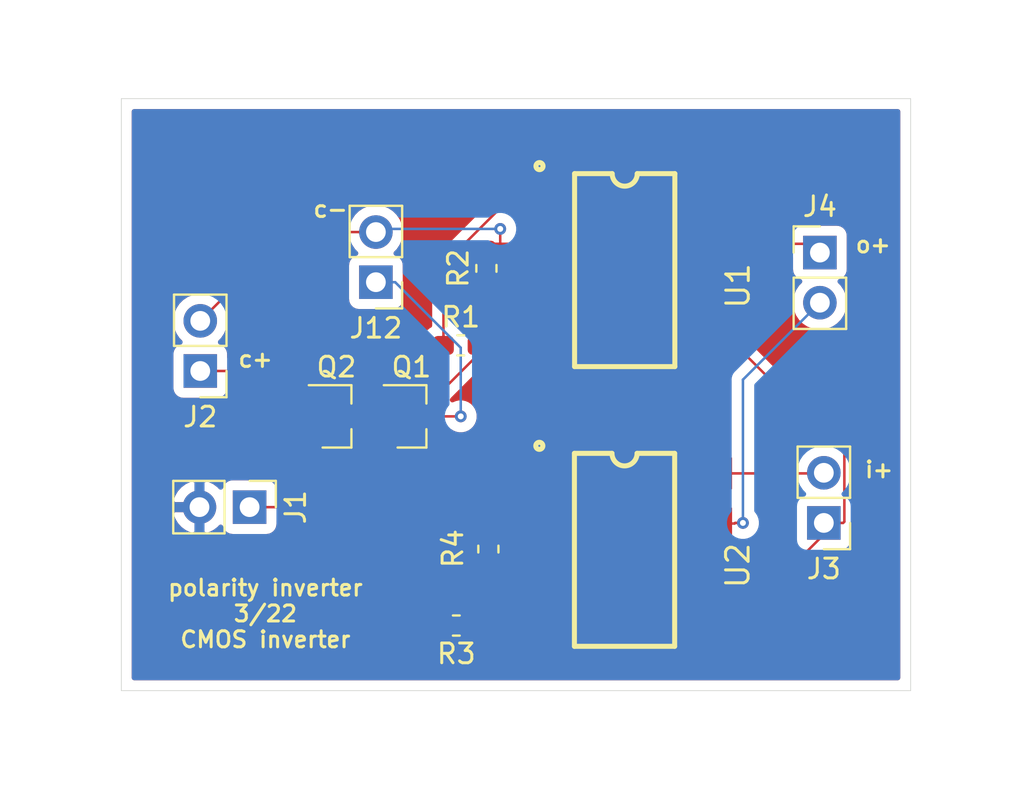
<source format=kicad_pcb>
(kicad_pcb (version 20171130) (host pcbnew "(5.1.5-0)")

  (general
    (thickness 1.6002)
    (drawings 9)
    (tracks 84)
    (zones 0)
    (modules 13)
    (nets 14)
  )

  (page USLetter)
  (title_block
    (date 2022-03-29)
    (rev 1)
  )

  (layers
    (0 Front signal)
    (31 Back signal)
    (34 B.Paste user)
    (35 F.Paste user)
    (36 B.SilkS user)
    (37 F.SilkS user)
    (38 B.Mask user)
    (39 F.Mask user)
    (40 Dwgs.User user)
    (41 Cmts.User user)
    (44 Edge.Cuts user)
    (45 Margin user)
    (46 B.CrtYd user)
    (47 F.CrtYd user)
    (49 F.Fab user)
  )

  (setup
    (last_trace_width 0.127)
    (user_trace_width 0.15)
    (user_trace_width 0.2)
    (user_trace_width 0.4)
    (user_trace_width 0.6)
    (trace_clearance 0.127)
    (zone_clearance 0.508)
    (zone_45_only no)
    (trace_min 0.127)
    (via_size 0.6)
    (via_drill 0.3)
    (via_min_size 0.6)
    (via_min_drill 0.3)
    (user_via 0.6 0.3)
    (user_via 0.9 0.4)
    (uvia_size 0.6858)
    (uvia_drill 0.3302)
    (uvias_allowed no)
    (uvia_min_size 0)
    (uvia_min_drill 0)
    (edge_width 0.0381)
    (segment_width 0.254)
    (pcb_text_width 0.3048)
    (pcb_text_size 1.524 1.524)
    (mod_edge_width 0.1524)
    (mod_text_size 0.8128 0.8128)
    (mod_text_width 0.1524)
    (pad_size 1.524 1.524)
    (pad_drill 0.762)
    (pad_to_mask_clearance 0)
    (solder_mask_min_width 0.12)
    (aux_axis_origin 0 0)
    (visible_elements FEFDFF7F)
    (pcbplotparams
      (layerselection 0x010fc_ffffffff)
      (usegerberextensions true)
      (usegerberattributes false)
      (usegerberadvancedattributes false)
      (creategerberjobfile false)
      (excludeedgelayer true)
      (linewidth 0.152400)
      (plotframeref false)
      (viasonmask false)
      (mode 1)
      (useauxorigin false)
      (hpglpennumber 1)
      (hpglpenspeed 20)
      (hpglpendiameter 15.000000)
      (psnegative false)
      (psa4output false)
      (plotreference true)
      (plotvalue false)
      (plotinvisibletext false)
      (padsonsilk false)
      (subtractmaskfromsilk true)
      (outputformat 1)
      (mirror false)
      (drillshape 0)
      (scaleselection 1)
      (outputdirectory "./gerbers"))
  )

  (net 0 "")
  (net 1 "Net-(J12-Pad1)")
  (net 2 VCC)
  (net 3 GND)
  (net 4 "Net-(R1-Pad1)")
  (net 5 "Net-(R2-Pad1)")
  (net 6 "Net-(R3-Pad2)")
  (net 7 "Net-(R4-Pad2)")
  (net 8 /c-)
  (net 9 /c+)
  (net 10 /i+)
  (net 11 /i-)
  (net 12 /o-)
  (net 13 /o+)

  (net_class Default "This is the default net class."
    (clearance 0.127)
    (trace_width 0.127)
    (via_dia 0.6)
    (via_drill 0.3)
    (uvia_dia 0.6858)
    (uvia_drill 0.3302)
    (diff_pair_width 0.1524)
    (diff_pair_gap 0.254)
    (add_net /c+)
    (add_net /c-)
    (add_net /i+)
    (add_net /i-)
    (add_net /o+)
    (add_net /o-)
    (add_net GND)
    (add_net "Net-(J12-Pad1)")
    (add_net "Net-(R1-Pad1)")
    (add_net "Net-(R2-Pad1)")
    (add_net "Net-(R3-Pad2)")
    (add_net "Net-(R4-Pad2)")
    (add_net VCC)
  )

  (module Connector_PinHeader_2.54mm:PinHeader_1x02_P2.54mm_Vertical (layer Front) (tedit 59FED5CC) (tstamp 62439D4E)
    (at -9.6 2.8)
    (descr "Through hole straight pin header, 1x02, 2.54mm pitch, single row")
    (tags "Through hole pin header THT 1x02 2.54mm single row")
    (path /62479C12)
    (attr smd)
    (fp_text reference J4 (at 0 -2.33) (layer F.SilkS)
      (effects (font (size 1 1) (thickness 0.15)))
    )
    (fp_text value Conn_01x02_Male_2.54mm (at 0 4.87) (layer F.Fab)
      (effects (font (size 1 1) (thickness 0.15)))
    )
    (fp_text user %R (at 0 1.27 90) (layer F.Fab)
      (effects (font (size 1 1) (thickness 0.15)))
    )
    (fp_line (start 1.8 -1.8) (end -1.8 -1.8) (layer F.CrtYd) (width 0.05))
    (fp_line (start 1.8 4.35) (end 1.8 -1.8) (layer F.CrtYd) (width 0.05))
    (fp_line (start -1.8 4.35) (end 1.8 4.35) (layer F.CrtYd) (width 0.05))
    (fp_line (start -1.8 -1.8) (end -1.8 4.35) (layer F.CrtYd) (width 0.05))
    (fp_line (start -1.33 -1.33) (end 0 -1.33) (layer F.SilkS) (width 0.12))
    (fp_line (start -1.33 0) (end -1.33 -1.33) (layer F.SilkS) (width 0.12))
    (fp_line (start -1.33 1.27) (end 1.33 1.27) (layer F.SilkS) (width 0.12))
    (fp_line (start 1.33 1.27) (end 1.33 3.87) (layer F.SilkS) (width 0.12))
    (fp_line (start -1.33 1.27) (end -1.33 3.87) (layer F.SilkS) (width 0.12))
    (fp_line (start -1.33 3.87) (end 1.33 3.87) (layer F.SilkS) (width 0.12))
    (fp_line (start -1.27 -0.635) (end -0.635 -1.27) (layer F.Fab) (width 0.1))
    (fp_line (start -1.27 3.81) (end -1.27 -0.635) (layer F.Fab) (width 0.1))
    (fp_line (start 1.27 3.81) (end -1.27 3.81) (layer F.Fab) (width 0.1))
    (fp_line (start 1.27 -1.27) (end 1.27 3.81) (layer F.Fab) (width 0.1))
    (fp_line (start -0.635 -1.27) (end 1.27 -1.27) (layer F.Fab) (width 0.1))
    (pad 2 thru_hole oval (at 0 2.54) (size 1.7 1.7) (drill 1) (layers *.Cu *.Mask)
      (net 12 /o-))
    (pad 1 thru_hole rect (at 0 0) (size 1.7 1.7) (drill 1) (layers *.Cu *.Mask)
      (net 13 /o+))
    (model ${KISYS3DMOD}/Connector_PinHeader_2.54mm.3dshapes/PinHeader_1x02_P2.54mm_Vertical.wrl
      (at (xyz 0 0 0))
      (scale (xyz 1 1 1))
      (rotate (xyz 0 0 0))
    )
  )

  (module Connector_PinHeader_2.54mm:PinHeader_1x02_P2.54mm_Vertical (layer Front) (tedit 59FED5CC) (tstamp 62439D38)
    (at -9.4 16.5 180)
    (descr "Through hole straight pin header, 1x02, 2.54mm pitch, single row")
    (tags "Through hole pin header THT 1x02 2.54mm single row")
    (path /62476599)
    (attr smd)
    (fp_text reference J3 (at 0 -2.33) (layer F.SilkS)
      (effects (font (size 1 1) (thickness 0.15)))
    )
    (fp_text value Conn_01x02_Male_2.54mm (at 0 4.87) (layer F.Fab)
      (effects (font (size 1 1) (thickness 0.15)))
    )
    (fp_text user %R (at 0 1.27 90) (layer F.Fab)
      (effects (font (size 1 1) (thickness 0.15)))
    )
    (fp_line (start 1.8 -1.8) (end -1.8 -1.8) (layer F.CrtYd) (width 0.05))
    (fp_line (start 1.8 4.35) (end 1.8 -1.8) (layer F.CrtYd) (width 0.05))
    (fp_line (start -1.8 4.35) (end 1.8 4.35) (layer F.CrtYd) (width 0.05))
    (fp_line (start -1.8 -1.8) (end -1.8 4.35) (layer F.CrtYd) (width 0.05))
    (fp_line (start -1.33 -1.33) (end 0 -1.33) (layer F.SilkS) (width 0.12))
    (fp_line (start -1.33 0) (end -1.33 -1.33) (layer F.SilkS) (width 0.12))
    (fp_line (start -1.33 1.27) (end 1.33 1.27) (layer F.SilkS) (width 0.12))
    (fp_line (start 1.33 1.27) (end 1.33 3.87) (layer F.SilkS) (width 0.12))
    (fp_line (start -1.33 1.27) (end -1.33 3.87) (layer F.SilkS) (width 0.12))
    (fp_line (start -1.33 3.87) (end 1.33 3.87) (layer F.SilkS) (width 0.12))
    (fp_line (start -1.27 -0.635) (end -0.635 -1.27) (layer F.Fab) (width 0.1))
    (fp_line (start -1.27 3.81) (end -1.27 -0.635) (layer F.Fab) (width 0.1))
    (fp_line (start 1.27 3.81) (end -1.27 3.81) (layer F.Fab) (width 0.1))
    (fp_line (start 1.27 -1.27) (end 1.27 3.81) (layer F.Fab) (width 0.1))
    (fp_line (start -0.635 -1.27) (end 1.27 -1.27) (layer F.Fab) (width 0.1))
    (pad 2 thru_hole oval (at 0 2.54 180) (size 1.7 1.7) (drill 1) (layers *.Cu *.Mask)
      (net 10 /i+))
    (pad 1 thru_hole rect (at 0 0 180) (size 1.7 1.7) (drill 1) (layers *.Cu *.Mask)
      (net 11 /i-))
    (model ${KISYS3DMOD}/Connector_PinHeader_2.54mm.3dshapes/PinHeader_1x02_P2.54mm_Vertical.wrl
      (at (xyz 0 0 0))
      (scale (xyz 1 1 1))
      (rotate (xyz 0 0 0))
    )
  )

  (module Connector_PinHeader_2.54mm:PinHeader_1x02_P2.54mm_Vertical (layer Front) (tedit 59FED5CC) (tstamp 62439D22)
    (at -41 8.8 180)
    (descr "Through hole straight pin header, 1x02, 2.54mm pitch, single row")
    (tags "Through hole pin header THT 1x02 2.54mm single row")
    (path /6247EDEA)
    (attr smd)
    (fp_text reference J2 (at 0 -2.33) (layer F.SilkS)
      (effects (font (size 1 1) (thickness 0.15)))
    )
    (fp_text value Conn_01x02_Male_2.54mm (at 0 4.87) (layer F.Fab)
      (effects (font (size 1 1) (thickness 0.15)))
    )
    (fp_text user %R (at 0 1.27 90) (layer F.Fab)
      (effects (font (size 1 1) (thickness 0.15)))
    )
    (fp_line (start 1.8 -1.8) (end -1.8 -1.8) (layer F.CrtYd) (width 0.05))
    (fp_line (start 1.8 4.35) (end 1.8 -1.8) (layer F.CrtYd) (width 0.05))
    (fp_line (start -1.8 4.35) (end 1.8 4.35) (layer F.CrtYd) (width 0.05))
    (fp_line (start -1.8 -1.8) (end -1.8 4.35) (layer F.CrtYd) (width 0.05))
    (fp_line (start -1.33 -1.33) (end 0 -1.33) (layer F.SilkS) (width 0.12))
    (fp_line (start -1.33 0) (end -1.33 -1.33) (layer F.SilkS) (width 0.12))
    (fp_line (start -1.33 1.27) (end 1.33 1.27) (layer F.SilkS) (width 0.12))
    (fp_line (start 1.33 1.27) (end 1.33 3.87) (layer F.SilkS) (width 0.12))
    (fp_line (start -1.33 1.27) (end -1.33 3.87) (layer F.SilkS) (width 0.12))
    (fp_line (start -1.33 3.87) (end 1.33 3.87) (layer F.SilkS) (width 0.12))
    (fp_line (start -1.27 -0.635) (end -0.635 -1.27) (layer F.Fab) (width 0.1))
    (fp_line (start -1.27 3.81) (end -1.27 -0.635) (layer F.Fab) (width 0.1))
    (fp_line (start 1.27 3.81) (end -1.27 3.81) (layer F.Fab) (width 0.1))
    (fp_line (start 1.27 -1.27) (end 1.27 3.81) (layer F.Fab) (width 0.1))
    (fp_line (start -0.635 -1.27) (end 1.27 -1.27) (layer F.Fab) (width 0.1))
    (pad 2 thru_hole oval (at 0 2.54 180) (size 1.7 1.7) (drill 1) (layers *.Cu *.Mask)
      (net 8 /c-))
    (pad 1 thru_hole rect (at 0 0 180) (size 1.7 1.7) (drill 1) (layers *.Cu *.Mask)
      (net 9 /c+))
    (model ${KISYS3DMOD}/Connector_PinHeader_2.54mm.3dshapes/PinHeader_1x02_P2.54mm_Vertical.wrl
      (at (xyz 0 0 0))
      (scale (xyz 1 1 1))
      (rotate (xyz 0 0 0))
    )
  )

  (module Connector_PinHeader_2.54mm:PinHeader_1x02_P2.54mm_Vertical (layer Front) (tedit 59FED5CC) (tstamp 62439D0C)
    (at -38.5 15.7 270)
    (descr "Through hole straight pin header, 1x02, 2.54mm pitch, single row")
    (tags "Through hole pin header THT 1x02 2.54mm single row")
    (path /624863C7)
    (attr smd)
    (fp_text reference J1 (at 0 -2.33 90) (layer F.SilkS)
      (effects (font (size 1 1) (thickness 0.15)))
    )
    (fp_text value Conn_01x02_Male_2.54mm (at 0 4.87 90) (layer F.Fab)
      (effects (font (size 1 1) (thickness 0.15)))
    )
    (fp_text user %R (at 0 1.27) (layer F.Fab)
      (effects (font (size 1 1) (thickness 0.15)))
    )
    (fp_line (start 1.8 -1.8) (end -1.8 -1.8) (layer F.CrtYd) (width 0.05))
    (fp_line (start 1.8 4.35) (end 1.8 -1.8) (layer F.CrtYd) (width 0.05))
    (fp_line (start -1.8 4.35) (end 1.8 4.35) (layer F.CrtYd) (width 0.05))
    (fp_line (start -1.8 -1.8) (end -1.8 4.35) (layer F.CrtYd) (width 0.05))
    (fp_line (start -1.33 -1.33) (end 0 -1.33) (layer F.SilkS) (width 0.12))
    (fp_line (start -1.33 0) (end -1.33 -1.33) (layer F.SilkS) (width 0.12))
    (fp_line (start -1.33 1.27) (end 1.33 1.27) (layer F.SilkS) (width 0.12))
    (fp_line (start 1.33 1.27) (end 1.33 3.87) (layer F.SilkS) (width 0.12))
    (fp_line (start -1.33 1.27) (end -1.33 3.87) (layer F.SilkS) (width 0.12))
    (fp_line (start -1.33 3.87) (end 1.33 3.87) (layer F.SilkS) (width 0.12))
    (fp_line (start -1.27 -0.635) (end -0.635 -1.27) (layer F.Fab) (width 0.1))
    (fp_line (start -1.27 3.81) (end -1.27 -0.635) (layer F.Fab) (width 0.1))
    (fp_line (start 1.27 3.81) (end -1.27 3.81) (layer F.Fab) (width 0.1))
    (fp_line (start 1.27 -1.27) (end 1.27 3.81) (layer F.Fab) (width 0.1))
    (fp_line (start -0.635 -1.27) (end 1.27 -1.27) (layer F.Fab) (width 0.1))
    (pad 2 thru_hole oval (at 0 2.54 270) (size 1.7 1.7) (drill 1) (layers *.Cu *.Mask)
      (net 3 GND))
    (pad 1 thru_hole rect (at 0 0 270) (size 1.7 1.7) (drill 1) (layers *.Cu *.Mask)
      (net 2 VCC))
    (model ${KISYS3DMOD}/Connector_PinHeader_2.54mm.3dshapes/PinHeader_1x02_P2.54mm_Vertical.wrl
      (at (xyz 0 0 0))
      (scale (xyz 1 1 1))
      (rotate (xyz 0 0 0))
    )
  )

  (module 0my_footprints:SMD-8_L9.8-W6.4-P2.54-LS10.0-BL (layer Front) (tedit 623F30A2) (tstamp 6243959A)
    (at -19.5 17.8 270)
    (path /624B66D2)
    (attr smd)
    (fp_text reference U2 (at -0.381 -5.741 90) (layer F.SilkS)
      (effects (font (size 1.143 1.143) (thickness 0.152)) (justify right))
    )
    (fp_text value AQW212EHAX (at -0.381 -7.519 90) (layer F.Fab) hide
      (effects (font (size 1.143 1.143) (thickness 0.152)))
    )
    (fp_circle (center -5.207 4.318) (end -5.027 4.318) (layer F.SilkS) (width 0.254))
    (fp_arc (start -4.826 0) (end -4.826 -0.635) (angle 180) (layer F.SilkS) (width 0.254))
    (fp_line (start -4.826 2.54) (end -4.826 0.635) (layer F.SilkS) (width 0.254))
    (fp_line (start 4.953 2.54) (end -4.826 2.54) (layer F.SilkS) (width 0.254))
    (fp_line (start 4.953 -2.54) (end 4.953 2.54) (layer F.SilkS) (width 0.254))
    (fp_line (start -4.826 -2.54) (end 4.953 -2.54) (layer F.SilkS) (width 0.254))
    (fp_line (start -4.826 -0.635) (end -4.826 -2.54) (layer F.SilkS) (width 0.254))
    (fp_circle (center -4.089 5.309) (end -3.839 5.309) (layer Cmts.User) (width 0.5))
    (pad 1 smd rect (at -3.81 4.35 270) (size 1.6 2.2) (layers Front F.Paste F.Mask)
      (net 6 "Net-(R3-Pad2)"))
    (pad 2 smd rect (at -1.27 4.35 270) (size 1.6 2.2) (layers Front F.Paste F.Mask)
      (net 9 /c+))
    (pad 6 smd rect (at 1.27 -4.35 270) (size 1.6 2.2) (layers Front F.Paste F.Mask)
      (net 12 /o-))
    (pad 4 smd rect (at 3.81 4.35 270) (size 1.6 2.2) (layers Front F.Paste F.Mask)
      (net 8 /c-))
    (pad 5 smd rect (at 3.81 -4.35 270) (size 1.6 2.2) (layers Front F.Paste F.Mask)
      (net 11 /i-))
    (pad 7 smd rect (at -1.27 -4.35 270) (size 1.6 2.2) (layers Front F.Paste F.Mask)
      (net 12 /o-))
    (pad 8 smd rect (at -3.81 -4.35 270) (size 1.6 2.2) (layers Front F.Paste F.Mask)
      (net 10 /i+))
    (pad 3 smd rect (at 1.27 4.35 270) (size 1.6 2.2) (layers Front F.Paste F.Mask)
      (net 7 "Net-(R4-Pad2)"))
  )

  (module 0my_footprints:SMD-8_L9.8-W6.4-P2.54-LS10.0-BL (layer Front) (tedit 623F30A2) (tstamp 62439586)
    (at -19.491 3.624999 270)
    (path /624B66C6)
    (attr smd)
    (fp_text reference U1 (at -0.381 -5.741 90) (layer F.SilkS)
      (effects (font (size 1.143 1.143) (thickness 0.152)) (justify right))
    )
    (fp_text value AQW212EHAX (at -0.381 -7.519 90) (layer F.Fab) hide
      (effects (font (size 1.143 1.143) (thickness 0.152)))
    )
    (fp_circle (center -5.207 4.318) (end -5.027 4.318) (layer F.SilkS) (width 0.254))
    (fp_arc (start -4.826 0) (end -4.826 -0.635) (angle 180) (layer F.SilkS) (width 0.254))
    (fp_line (start -4.826 2.54) (end -4.826 0.635) (layer F.SilkS) (width 0.254))
    (fp_line (start 4.953 2.54) (end -4.826 2.54) (layer F.SilkS) (width 0.254))
    (fp_line (start 4.953 -2.54) (end 4.953 2.54) (layer F.SilkS) (width 0.254))
    (fp_line (start -4.826 -2.54) (end 4.953 -2.54) (layer F.SilkS) (width 0.254))
    (fp_line (start -4.826 -0.635) (end -4.826 -2.54) (layer F.SilkS) (width 0.254))
    (fp_circle (center -4.089 5.309) (end -3.839 5.309) (layer Cmts.User) (width 0.5))
    (pad 1 smd rect (at -3.81 4.35 270) (size 1.6 2.2) (layers Front F.Paste F.Mask)
      (net 4 "Net-(R1-Pad1)"))
    (pad 2 smd rect (at -1.27 4.35 270) (size 1.6 2.2) (layers Front F.Paste F.Mask)
      (net 8 /c-))
    (pad 6 smd rect (at 1.27 -4.35 270) (size 1.6 2.2) (layers Front F.Paste F.Mask)
      (net 13 /o+))
    (pad 4 smd rect (at 3.81 4.35 270) (size 1.6 2.2) (layers Front F.Paste F.Mask)
      (net 9 /c+))
    (pad 5 smd rect (at 3.81 -4.35 270) (size 1.6 2.2) (layers Front F.Paste F.Mask)
      (net 11 /i-))
    (pad 7 smd rect (at -1.27 -4.35 270) (size 1.6 2.2) (layers Front F.Paste F.Mask)
      (net 13 /o+))
    (pad 8 smd rect (at -3.81 -4.35 270) (size 1.6 2.2) (layers Front F.Paste F.Mask)
      (net 10 /i+))
    (pad 3 smd rect (at 1.27 4.35 270) (size 1.6 2.2) (layers Front F.Paste F.Mask)
      (net 5 "Net-(R2-Pad1)"))
  )

  (module Resistor_SMD:R_0603_1608Metric_Pad1.05x0.95mm_HandSolder (layer Front) (tedit 5B301BBD) (tstamp 62439572)
    (at -26.4 17.825 270)
    (descr "Resistor SMD 0603 (1608 Metric), square (rectangular) end terminal, IPC_7351 nominal with elongated pad for handsoldering. (Body size source: http://www.tortai-tech.com/upload/download/2011102023233369053.pdf), generated with kicad-footprint-generator")
    (tags "resistor handsolder")
    (path /624B6711)
    (attr smd)
    (fp_text reference R4 (at -0.025 1.8 270) (layer F.SilkS)
      (effects (font (size 1 1) (thickness 0.15)))
    )
    (fp_text value 200 (at 0 1.43 90) (layer F.Fab)
      (effects (font (size 1 1) (thickness 0.15)))
    )
    (fp_text user %R (at 0 0 90) (layer F.Fab)
      (effects (font (size 0.4 0.4) (thickness 0.06)))
    )
    (fp_line (start 1.65 0.73) (end -1.65 0.73) (layer F.CrtYd) (width 0.05))
    (fp_line (start 1.65 -0.73) (end 1.65 0.73) (layer F.CrtYd) (width 0.05))
    (fp_line (start -1.65 -0.73) (end 1.65 -0.73) (layer F.CrtYd) (width 0.05))
    (fp_line (start -1.65 0.73) (end -1.65 -0.73) (layer F.CrtYd) (width 0.05))
    (fp_line (start -0.171267 0.51) (end 0.171267 0.51) (layer F.SilkS) (width 0.12))
    (fp_line (start -0.171267 -0.51) (end 0.171267 -0.51) (layer F.SilkS) (width 0.12))
    (fp_line (start 0.8 0.4) (end -0.8 0.4) (layer F.Fab) (width 0.1))
    (fp_line (start 0.8 -0.4) (end 0.8 0.4) (layer F.Fab) (width 0.1))
    (fp_line (start -0.8 -0.4) (end 0.8 -0.4) (layer F.Fab) (width 0.1))
    (fp_line (start -0.8 0.4) (end -0.8 -0.4) (layer F.Fab) (width 0.1))
    (pad 2 smd roundrect (at 0.875 0 270) (size 1.05 0.95) (layers Front F.Paste F.Mask) (roundrect_rratio 0.25)
      (net 7 "Net-(R4-Pad2)"))
    (pad 1 smd roundrect (at -0.875 0 270) (size 1.05 0.95) (layers Front F.Paste F.Mask) (roundrect_rratio 0.25)
      (net 9 /c+))
    (model ${KISYS3DMOD}/Resistor_SMD.3dshapes/R_0603_1608Metric.wrl
      (at (xyz 0 0 0))
      (scale (xyz 1 1 1))
      (rotate (xyz 0 0 0))
    )
  )

  (module Resistor_SMD:R_0603_1608Metric_Pad1.05x0.95mm_HandSolder (layer Front) (tedit 5B301BBD) (tstamp 62439561)
    (at -28.025 21.7 180)
    (descr "Resistor SMD 0603 (1608 Metric), square (rectangular) end terminal, IPC_7351 nominal with elongated pad for handsoldering. (Body size source: http://www.tortai-tech.com/upload/download/2011102023233369053.pdf), generated with kicad-footprint-generator")
    (tags "resistor handsolder")
    (path /624B6703)
    (attr smd)
    (fp_text reference R3 (at 0 -1.43) (layer F.SilkS)
      (effects (font (size 1 1) (thickness 0.15)))
    )
    (fp_text value 200 (at 0 1.43) (layer F.Fab)
      (effects (font (size 1 1) (thickness 0.15)))
    )
    (fp_text user %R (at 0 0) (layer F.Fab)
      (effects (font (size 0.4 0.4) (thickness 0.06)))
    )
    (fp_line (start 1.65 0.73) (end -1.65 0.73) (layer F.CrtYd) (width 0.05))
    (fp_line (start 1.65 -0.73) (end 1.65 0.73) (layer F.CrtYd) (width 0.05))
    (fp_line (start -1.65 -0.73) (end 1.65 -0.73) (layer F.CrtYd) (width 0.05))
    (fp_line (start -1.65 0.73) (end -1.65 -0.73) (layer F.CrtYd) (width 0.05))
    (fp_line (start -0.171267 0.51) (end 0.171267 0.51) (layer F.SilkS) (width 0.12))
    (fp_line (start -0.171267 -0.51) (end 0.171267 -0.51) (layer F.SilkS) (width 0.12))
    (fp_line (start 0.8 0.4) (end -0.8 0.4) (layer F.Fab) (width 0.1))
    (fp_line (start 0.8 -0.4) (end 0.8 0.4) (layer F.Fab) (width 0.1))
    (fp_line (start -0.8 -0.4) (end 0.8 -0.4) (layer F.Fab) (width 0.1))
    (fp_line (start -0.8 0.4) (end -0.8 -0.4) (layer F.Fab) (width 0.1))
    (pad 2 smd roundrect (at 0.875 0 180) (size 1.05 0.95) (layers Front F.Paste F.Mask) (roundrect_rratio 0.25)
      (net 6 "Net-(R3-Pad2)"))
    (pad 1 smd roundrect (at -0.875 0 180) (size 1.05 0.95) (layers Front F.Paste F.Mask) (roundrect_rratio 0.25)
      (net 8 /c-))
    (model ${KISYS3DMOD}/Resistor_SMD.3dshapes/R_0603_1608Metric.wrl
      (at (xyz 0 0 0))
      (scale (xyz 1 1 1))
      (rotate (xyz 0 0 0))
    )
  )

  (module Resistor_SMD:R_0603_1608Metric_Pad1.05x0.95mm_HandSolder (layer Front) (tedit 5B301BBD) (tstamp 62439550)
    (at -26.5 3.6 90)
    (descr "Resistor SMD 0603 (1608 Metric), square (rectangular) end terminal, IPC_7351 nominal with elongated pad for handsoldering. (Body size source: http://www.tortai-tech.com/upload/download/2011102023233369053.pdf), generated with kicad-footprint-generator")
    (tags "resistor handsolder")
    (path /624B66F7)
    (attr smd)
    (fp_text reference R2 (at 0 -1.43 90) (layer F.SilkS)
      (effects (font (size 1 1) (thickness 0.15)))
    )
    (fp_text value 200 (at 0 1.43 90) (layer F.Fab)
      (effects (font (size 1 1) (thickness 0.15)))
    )
    (fp_text user %R (at 0 0 90) (layer F.Fab)
      (effects (font (size 0.4 0.4) (thickness 0.06)))
    )
    (fp_line (start 1.65 0.73) (end -1.65 0.73) (layer F.CrtYd) (width 0.05))
    (fp_line (start 1.65 -0.73) (end 1.65 0.73) (layer F.CrtYd) (width 0.05))
    (fp_line (start -1.65 -0.73) (end 1.65 -0.73) (layer F.CrtYd) (width 0.05))
    (fp_line (start -1.65 0.73) (end -1.65 -0.73) (layer F.CrtYd) (width 0.05))
    (fp_line (start -0.171267 0.51) (end 0.171267 0.51) (layer F.SilkS) (width 0.12))
    (fp_line (start -0.171267 -0.51) (end 0.171267 -0.51) (layer F.SilkS) (width 0.12))
    (fp_line (start 0.8 0.4) (end -0.8 0.4) (layer F.Fab) (width 0.1))
    (fp_line (start 0.8 -0.4) (end 0.8 0.4) (layer F.Fab) (width 0.1))
    (fp_line (start -0.8 -0.4) (end 0.8 -0.4) (layer F.Fab) (width 0.1))
    (fp_line (start -0.8 0.4) (end -0.8 -0.4) (layer F.Fab) (width 0.1))
    (pad 2 smd roundrect (at 0.875 0 90) (size 1.05 0.95) (layers Front F.Paste F.Mask) (roundrect_rratio 0.25)
      (net 8 /c-))
    (pad 1 smd roundrect (at -0.875 0 90) (size 1.05 0.95) (layers Front F.Paste F.Mask) (roundrect_rratio 0.25)
      (net 5 "Net-(R2-Pad1)"))
    (model ${KISYS3DMOD}/Resistor_SMD.3dshapes/R_0603_1608Metric.wrl
      (at (xyz 0 0 0))
      (scale (xyz 1 1 1))
      (rotate (xyz 0 0 0))
    )
  )

  (module Resistor_SMD:R_0603_1608Metric_Pad1.05x0.95mm_HandSolder (layer Front) (tedit 5B301BBD) (tstamp 6243953F)
    (at -27.8 7.5)
    (descr "Resistor SMD 0603 (1608 Metric), square (rectangular) end terminal, IPC_7351 nominal with elongated pad for handsoldering. (Body size source: http://www.tortai-tech.com/upload/download/2011102023233369053.pdf), generated with kicad-footprint-generator")
    (tags "resistor handsolder")
    (path /624B66EA)
    (attr smd)
    (fp_text reference R1 (at 0 -1.43) (layer F.SilkS)
      (effects (font (size 1 1) (thickness 0.15)))
    )
    (fp_text value 200 (at 0 1.43) (layer F.Fab)
      (effects (font (size 1 1) (thickness 0.15)))
    )
    (fp_text user %R (at 0 0) (layer F.Fab)
      (effects (font (size 0.4 0.4) (thickness 0.06)))
    )
    (fp_line (start 1.65 0.73) (end -1.65 0.73) (layer F.CrtYd) (width 0.05))
    (fp_line (start 1.65 -0.73) (end 1.65 0.73) (layer F.CrtYd) (width 0.05))
    (fp_line (start -1.65 -0.73) (end 1.65 -0.73) (layer F.CrtYd) (width 0.05))
    (fp_line (start -1.65 0.73) (end -1.65 -0.73) (layer F.CrtYd) (width 0.05))
    (fp_line (start -0.171267 0.51) (end 0.171267 0.51) (layer F.SilkS) (width 0.12))
    (fp_line (start -0.171267 -0.51) (end 0.171267 -0.51) (layer F.SilkS) (width 0.12))
    (fp_line (start 0.8 0.4) (end -0.8 0.4) (layer F.Fab) (width 0.1))
    (fp_line (start 0.8 -0.4) (end 0.8 0.4) (layer F.Fab) (width 0.1))
    (fp_line (start -0.8 -0.4) (end 0.8 -0.4) (layer F.Fab) (width 0.1))
    (fp_line (start -0.8 0.4) (end -0.8 -0.4) (layer F.Fab) (width 0.1))
    (pad 2 smd roundrect (at 0.875 0) (size 1.05 0.95) (layers Front F.Paste F.Mask) (roundrect_rratio 0.25)
      (net 9 /c+))
    (pad 1 smd roundrect (at -0.875 0) (size 1.05 0.95) (layers Front F.Paste F.Mask) (roundrect_rratio 0.25)
      (net 4 "Net-(R1-Pad1)"))
    (model ${KISYS3DMOD}/Resistor_SMD.3dshapes/R_0603_1608Metric.wrl
      (at (xyz 0 0 0))
      (scale (xyz 1 1 1))
      (rotate (xyz 0 0 0))
    )
  )

  (module Package_TO_SOT_SMD:SOT-23 (layer Front) (tedit 5A02FF57) (tstamp 6243952E)
    (at -34.1 11.1)
    (descr "SOT-23, Standard")
    (tags SOT-23)
    (path /62443B5E)
    (attr smd)
    (fp_text reference Q2 (at 0 -2.5) (layer F.SilkS)
      (effects (font (size 1 1) (thickness 0.15)))
    )
    (fp_text value 2N7002 (at 0 2.5) (layer F.Fab)
      (effects (font (size 1 1) (thickness 0.15)))
    )
    (fp_line (start 0.76 1.58) (end -0.7 1.58) (layer F.SilkS) (width 0.12))
    (fp_line (start 0.76 -1.58) (end -1.4 -1.58) (layer F.SilkS) (width 0.12))
    (fp_line (start -1.7 1.75) (end -1.7 -1.75) (layer F.CrtYd) (width 0.05))
    (fp_line (start 1.7 1.75) (end -1.7 1.75) (layer F.CrtYd) (width 0.05))
    (fp_line (start 1.7 -1.75) (end 1.7 1.75) (layer F.CrtYd) (width 0.05))
    (fp_line (start -1.7 -1.75) (end 1.7 -1.75) (layer F.CrtYd) (width 0.05))
    (fp_line (start 0.76 -1.58) (end 0.76 -0.65) (layer F.SilkS) (width 0.12))
    (fp_line (start 0.76 1.58) (end 0.76 0.65) (layer F.SilkS) (width 0.12))
    (fp_line (start -0.7 1.52) (end 0.7 1.52) (layer F.Fab) (width 0.1))
    (fp_line (start 0.7 -1.52) (end 0.7 1.52) (layer F.Fab) (width 0.1))
    (fp_line (start -0.7 -0.95) (end -0.15 -1.52) (layer F.Fab) (width 0.1))
    (fp_line (start -0.15 -1.52) (end 0.7 -1.52) (layer F.Fab) (width 0.1))
    (fp_line (start -0.7 -0.95) (end -0.7 1.5) (layer F.Fab) (width 0.1))
    (fp_text user %R (at 0 0 90) (layer F.Fab)
      (effects (font (size 0.5 0.5) (thickness 0.075)))
    )
    (pad 3 smd rect (at 1 0) (size 0.9 0.8) (layers Front F.Paste F.Mask)
      (net 1 "Net-(J12-Pad1)"))
    (pad 2 smd rect (at -1 0.95) (size 0.9 0.8) (layers Front F.Paste F.Mask)
      (net 3 GND))
    (pad 1 smd rect (at -1 -0.95) (size 0.9 0.8) (layers Front F.Paste F.Mask)
      (net 9 /c+))
    (model ${KISYS3DMOD}/Package_TO_SOT_SMD.3dshapes/SOT-23.wrl
      (at (xyz 0 0 0))
      (scale (xyz 1 1 1))
      (rotate (xyz 0 0 0))
    )
  )

  (module Package_TO_SOT_SMD:SOT-23 (layer Front) (tedit 5A02FF57) (tstamp 62439519)
    (at -30.3 11.1)
    (descr "SOT-23, Standard")
    (tags SOT-23)
    (path /62447052)
    (attr smd)
    (fp_text reference Q1 (at 0 -2.5) (layer F.SilkS)
      (effects (font (size 1 1) (thickness 0.15)))
    )
    (fp_text value BSS84 (at 0 2.5) (layer F.Fab)
      (effects (font (size 1 1) (thickness 0.15)))
    )
    (fp_line (start 0.76 1.58) (end -0.7 1.58) (layer F.SilkS) (width 0.12))
    (fp_line (start 0.76 -1.58) (end -1.4 -1.58) (layer F.SilkS) (width 0.12))
    (fp_line (start -1.7 1.75) (end -1.7 -1.75) (layer F.CrtYd) (width 0.05))
    (fp_line (start 1.7 1.75) (end -1.7 1.75) (layer F.CrtYd) (width 0.05))
    (fp_line (start 1.7 -1.75) (end 1.7 1.75) (layer F.CrtYd) (width 0.05))
    (fp_line (start -1.7 -1.75) (end 1.7 -1.75) (layer F.CrtYd) (width 0.05))
    (fp_line (start 0.76 -1.58) (end 0.76 -0.65) (layer F.SilkS) (width 0.12))
    (fp_line (start 0.76 1.58) (end 0.76 0.65) (layer F.SilkS) (width 0.12))
    (fp_line (start -0.7 1.52) (end 0.7 1.52) (layer F.Fab) (width 0.1))
    (fp_line (start 0.7 -1.52) (end 0.7 1.52) (layer F.Fab) (width 0.1))
    (fp_line (start -0.7 -0.95) (end -0.15 -1.52) (layer F.Fab) (width 0.1))
    (fp_line (start -0.15 -1.52) (end 0.7 -1.52) (layer F.Fab) (width 0.1))
    (fp_line (start -0.7 -0.95) (end -0.7 1.5) (layer F.Fab) (width 0.1))
    (fp_text user %R (at 0 0 90) (layer F.Fab)
      (effects (font (size 0.5 0.5) (thickness 0.075)))
    )
    (pad 3 smd rect (at 1 0) (size 0.9 0.8) (layers Front F.Paste F.Mask)
      (net 1 "Net-(J12-Pad1)"))
    (pad 2 smd rect (at -1 0.95) (size 0.9 0.8) (layers Front F.Paste F.Mask)
      (net 2 VCC))
    (pad 1 smd rect (at -1 -0.95) (size 0.9 0.8) (layers Front F.Paste F.Mask)
      (net 9 /c+))
    (model ${KISYS3DMOD}/Package_TO_SOT_SMD.3dshapes/SOT-23.wrl
      (at (xyz 0 0 0))
      (scale (xyz 1 1 1))
      (rotate (xyz 0 0 0))
    )
  )

  (module Connector_PinHeader_2.54mm:PinHeader_1x02_P2.54mm_Vertical (layer Front) (tedit 59FED5CC) (tstamp 62439504)
    (at -32.1 4.3 180)
    (descr "Through hole straight pin header, 1x02, 2.54mm pitch, single row")
    (tags "Through hole pin header THT 1x02 2.54mm single row")
    (path /6246BB5F)
    (attr smd)
    (fp_text reference J12 (at 0 -2.33) (layer F.SilkS)
      (effects (font (size 1 1) (thickness 0.15)))
    )
    (fp_text value Conn_01x02_Male_2.54mm (at 0 4.87) (layer F.Fab)
      (effects (font (size 1 1) (thickness 0.15)))
    )
    (fp_text user %R (at 0 1.27 90) (layer F.Fab)
      (effects (font (size 1 1) (thickness 0.15)))
    )
    (fp_line (start 1.8 -1.8) (end -1.8 -1.8) (layer F.CrtYd) (width 0.05))
    (fp_line (start 1.8 4.35) (end 1.8 -1.8) (layer F.CrtYd) (width 0.05))
    (fp_line (start -1.8 4.35) (end 1.8 4.35) (layer F.CrtYd) (width 0.05))
    (fp_line (start -1.8 -1.8) (end -1.8 4.35) (layer F.CrtYd) (width 0.05))
    (fp_line (start -1.33 -1.33) (end 0 -1.33) (layer F.SilkS) (width 0.12))
    (fp_line (start -1.33 0) (end -1.33 -1.33) (layer F.SilkS) (width 0.12))
    (fp_line (start -1.33 1.27) (end 1.33 1.27) (layer F.SilkS) (width 0.12))
    (fp_line (start 1.33 1.27) (end 1.33 3.87) (layer F.SilkS) (width 0.12))
    (fp_line (start -1.33 1.27) (end -1.33 3.87) (layer F.SilkS) (width 0.12))
    (fp_line (start -1.33 3.87) (end 1.33 3.87) (layer F.SilkS) (width 0.12))
    (fp_line (start -1.27 -0.635) (end -0.635 -1.27) (layer F.Fab) (width 0.1))
    (fp_line (start -1.27 3.81) (end -1.27 -0.635) (layer F.Fab) (width 0.1))
    (fp_line (start 1.27 3.81) (end -1.27 3.81) (layer F.Fab) (width 0.1))
    (fp_line (start 1.27 -1.27) (end 1.27 3.81) (layer F.Fab) (width 0.1))
    (fp_line (start -0.635 -1.27) (end 1.27 -1.27) (layer F.Fab) (width 0.1))
    (pad 2 thru_hole oval (at 0 2.54 180) (size 1.7 1.7) (drill 1) (layers *.Cu *.Mask)
      (net 8 /c-))
    (pad 1 thru_hole rect (at 0 0 180) (size 1.7 1.7) (drill 1) (layers *.Cu *.Mask)
      (net 1 "Net-(J12-Pad1)"))
    (model ${KISYS3DMOD}/Connector_PinHeader_2.54mm.3dshapes/PinHeader_1x02_P2.54mm_Vertical.wrl
      (at (xyz 0 0 0))
      (scale (xyz 1 1 1))
      (rotate (xyz 0 0 0))
    )
  )

  (gr_text "polarity inverter\n3/22\nCMOS inverter" (at -37.7 21.1) (layer F.SilkS)
    (effects (font (size 0.8128 0.8128) (thickness 0.1524)))
  )
  (gr_text i+ (at -6.6 13.8) (layer F.SilkS)
    (effects (font (size 0.8128 0.8128) (thickness 0.1524)))
  )
  (gr_text o+ (at -6.9 2.4) (layer F.SilkS)
    (effects (font (size 0.8128 0.8128) (thickness 0.1524)))
  )
  (gr_text c- (at -34.4 0.6) (layer F.SilkS)
    (effects (font (size 0.8128 0.8128) (thickness 0.1524)))
  )
  (gr_text c+ (at -38.2 8.2) (layer F.SilkS)
    (effects (font (size 0.8128 0.8128) (thickness 0.1524)))
  )
  (gr_line (start -45 25) (end -45 -5) (layer Edge.Cuts) (width 0.0381) (tstamp 6243A0A9))
  (gr_line (start -5 25) (end -45 25) (layer Edge.Cuts) (width 0.0381))
  (gr_line (start -5 -5) (end -5 25) (layer Edge.Cuts) (width 0.0381))
  (gr_line (start -45 -5) (end -5 -5) (layer Edge.Cuts) (width 0.0381))

  (segment (start -27.06 21.61) (end -27.15 21.7) (width 0.127) (layer Front) (net 8))
  (segment (start -23.85 21.61) (end -27.06 21.61) (width 0.127) (layer Front) (net 8))
  (segment (start -26.129999 2.354999) (end -26.5 2.725) (width 0.127) (layer Front) (net 8))
  (segment (start -23.841 2.354999) (end -26.129999 2.354999) (width 0.127) (layer Front) (net 8))
  (segment (start -36.5 1.76) (end -32.1 1.76) (width 0.127) (layer Front) (net 8))
  (segment (start -41 6.26) (end -36.5 1.76) (width 0.127) (layer Front) (net 8))
  (segment (start -22.614 2.354999) (end -21.1 3.868999) (width 0.127) (layer Front) (net 8))
  (segment (start -23.841 2.354999) (end -22.614 2.354999) (width 0.127) (layer Front) (net 8))
  (segment (start -22.623 21.61) (end -23.85 21.61) (width 0.127) (layer Front) (net 8))
  (segment (start -21.1 20.087) (end -22.623 21.61) (width 0.127) (layer Front) (net 8))
  (segment (start -21.1 3.868999) (end -21.1 20.087) (width 0.127) (layer Front) (net 8))
  (via (at -25.8 1.6) (size 0.6) (drill 0.3) (layers Front Back) (net 8))
  (segment (start -26.025 2.725) (end -25.8 2.5) (width 0.127) (layer Front) (net 8))
  (segment (start -25.8 2.5) (end -25.8 1.6) (width 0.127) (layer Front) (net 8))
  (segment (start -26.5 2.725) (end -26.025 2.725) (width 0.127) (layer Front) (net 8))
  (segment (start -31.94 1.6) (end -32.1 1.76) (width 0.127) (layer Back) (net 8))
  (segment (start -25.8 1.6) (end -31.94 1.6) (width 0.127) (layer Back) (net 8))
  (segment (start -29.877 11.1) (end -33.1 11.1) (width 0.127) (layer Front) (net 1))
  (segment (start -29.3 11.1) (end -29.877 11.1) (width 0.127) (layer Front) (net 1))
  (via (at -27.8 11.1) (size 0.6) (drill 0.3) (layers Front Back) (net 1))
  (segment (start -29.3 11.1) (end -27.8 11.1) (width 0.127) (layer Front) (net 1))
  (segment (start -31.123 4.3) (end -32.1 4.3) (width 0.127) (layer Back) (net 1))
  (segment (start -27.8 7.623) (end -31.123 4.3) (width 0.127) (layer Back) (net 1))
  (segment (start -27.8 11.1) (end -27.8 7.623) (width 0.127) (layer Back) (net 1))
  (segment (start -31.3 12.577) (end -31.3 12.05) (width 0.127) (layer Front) (net 2))
  (segment (start -34.423 15.7) (end -31.3 12.577) (width 0.127) (layer Front) (net 2))
  (segment (start -38.5 15.7) (end -34.423 15.7) (width 0.127) (layer Front) (net 2))
  (segment (start -25.98 16.53) (end -26.4 16.95) (width 0.127) (layer Front) (net 9))
  (segment (start -23.85 16.53) (end -25.98 16.53) (width 0.127) (layer Front) (net 9))
  (segment (start -26.859999 7.434999) (end -26.925 7.5) (width 0.127) (layer Front) (net 9))
  (segment (start -23.841 7.434999) (end -26.859999 7.434999) (width 0.127) (layer Front) (net 9))
  (segment (start -22.623 16.53) (end -22 15.907) (width 0.127) (layer Front) (net 9))
  (segment (start -23.85 16.53) (end -22.623 16.53) (width 0.127) (layer Front) (net 9))
  (segment (start -22.614 7.434999) (end -23.841 7.434999) (width 0.127) (layer Front) (net 9))
  (segment (start -22 8.048999) (end -22.614 7.434999) (width 0.127) (layer Front) (net 9))
  (segment (start -22 15.907) (end -22 8.048999) (width 0.127) (layer Front) (net 9))
  (segment (start -30.723 10.15) (end -30.673 10.1) (width 0.127) (layer Front) (net 9))
  (segment (start -31.3 10.15) (end -30.723 10.15) (width 0.127) (layer Front) (net 9))
  (segment (start -26.925 7.975) (end -26.925 7.5) (width 0.127) (layer Front) (net 9))
  (segment (start -29.05 10.1) (end -26.925 7.975) (width 0.127) (layer Front) (net 9))
  (segment (start -30.673 10.1) (end -29.05 10.1) (width 0.127) (layer Front) (net 9))
  (segment (start -35.923 8.8) (end -35.1 9.623) (width 0.127) (layer Front) (net 9))
  (segment (start -35.1 9.623) (end -35.1 10.15) (width 0.127) (layer Front) (net 9))
  (segment (start -41 8.8) (end -35.923 8.8) (width 0.127) (layer Front) (net 9))
  (segment (start -31.3 10.15) (end -35.1 10.15) (width 0.127) (layer Front) (net 9))
  (segment (start -28.675 3.421999) (end -28.675 7.025) (width 0.127) (layer Front) (net 4))
  (segment (start -28.675 7.025) (end -28.675 7.5) (width 0.127) (layer Front) (net 4))
  (segment (start -25.068 -0.185001) (end -28.675 3.421999) (width 0.127) (layer Front) (net 4))
  (segment (start -23.841 -0.185001) (end -25.068 -0.185001) (width 0.127) (layer Front) (net 4))
  (segment (start -26.080001 4.894999) (end -26.5 4.475) (width 0.127) (layer Front) (net 5))
  (segment (start -23.841 4.894999) (end -26.080001 4.894999) (width 0.127) (layer Front) (net 5))
  (segment (start -28.9 21.225) (end -28.9 21.7) (width 0.127) (layer Front) (net 6))
  (segment (start -25.077 13.99) (end -28.9 17.813) (width 0.127) (layer Front) (net 6))
  (segment (start -28.9 17.813) (end -28.9 21.225) (width 0.127) (layer Front) (net 6))
  (segment (start -23.85 13.99) (end -25.077 13.99) (width 0.127) (layer Front) (net 6))
  (segment (start -26.03 19.07) (end -26.4 18.7) (width 0.127) (layer Front) (net 7))
  (segment (start -23.85 19.07) (end -26.03 19.07) (width 0.127) (layer Front) (net 7))
  (segment (start -10.045001 2.354999) (end -9.6 2.8) (width 0.127) (layer Front) (net 13))
  (segment (start -15.141 2.354999) (end -10.045001 2.354999) (width 0.127) (layer Front) (net 13))
  (segment (start -15.141 4.894999) (end -15.141 2.354999) (width 0.127) (layer Front) (net 13))
  (segment (start -9.4 17.087) (end -9.4 16.5) (width 0.127) (layer Front) (net 11))
  (segment (start -13.923 21.61) (end -9.4 17.087) (width 0.127) (layer Front) (net 11))
  (segment (start -15.15 21.61) (end -13.923 21.61) (width 0.127) (layer Front) (net 11))
  (segment (start -8.359499 12.9895) (end -8.359499 16.436499) (width 0.127) (layer Front) (net 11))
  (segment (start -13.914 7.434999) (end -8.359499 12.9895) (width 0.127) (layer Front) (net 11))
  (segment (start -8.423 16.5) (end -9.4 16.5) (width 0.127) (layer Front) (net 11))
  (segment (start -8.359499 16.436499) (end -8.423 16.5) (width 0.127) (layer Front) (net 11))
  (segment (start -15.141 7.434999) (end -13.914 7.434999) (width 0.127) (layer Front) (net 11))
  (segment (start -9.43 13.99) (end -9.4 13.96) (width 0.127) (layer Front) (net 10))
  (segment (start -15.15 13.99) (end -9.43 13.99) (width 0.127) (layer Front) (net 10))
  (segment (start -16.377 13.99) (end -17 13.367) (width 0.127) (layer Front) (net 10))
  (segment (start -15.15 13.99) (end -16.377 13.99) (width 0.127) (layer Front) (net 10))
  (segment (start -16.368 -0.185001) (end -15.141 -0.185001) (width 0.127) (layer Front) (net 10))
  (segment (start -17 0.446999) (end -16.368 -0.185001) (width 0.127) (layer Front) (net 10))
  (segment (start -17 13.367) (end -17 0.446999) (width 0.127) (layer Front) (net 10))
  (segment (start -15.15 19.07) (end -15.15 16.53) (width 0.127) (layer Front) (net 12))
  (segment (start -16.377 16.53) (end -16.8 16.107) (width 0.127) (layer Front) (net 12))
  (segment (start -15.15 16.53) (end -16.377 16.53) (width 0.127) (layer Front) (net 12))
  (segment (start -13.893 16.5) (end -13.5 16.5) (width 0.127) (layer Front) (net 12))
  (via (at -13.5 16.5) (size 0.6) (drill 0.3) (layers Front Back) (net 12))
  (segment (start -13.923 16.53) (end -13.893 16.5) (width 0.127) (layer Front) (net 12))
  (segment (start -15.15 16.53) (end -13.923 16.53) (width 0.127) (layer Front) (net 12))
  (segment (start -13.5 9.24) (end -9.6 5.34) (width 0.127) (layer Back) (net 12))
  (segment (start -13.5 16.5) (end -13.5 9.24) (width 0.127) (layer Back) (net 12))

  (zone (net 3) (net_name GND) (layer Front) (tstamp 6243ADD1) (hatch edge 0.508)
    (connect_pads (clearance 0.508))
    (min_thickness 0.254)
    (fill yes (arc_segments 32) (thermal_gap 0.508) (thermal_bridge_width 0.508))
    (polygon
      (pts
        (xy 0 30) (xy -50 30) (xy -50 -10) (xy 0 -10)
      )
    )
    (filled_polygon
      (pts
        (xy -5.654049 24.34595) (xy -44.34595 24.34595) (xy -44.34595 16.056891) (xy -42.481481 16.056891) (xy -42.384157 16.331252)
        (xy -42.235178 16.581355) (xy -42.040269 16.797588) (xy -41.80692 16.971641) (xy -41.544099 17.096825) (xy -41.39689 17.141476)
        (xy -41.167 17.020155) (xy -41.167 15.827) (xy -42.360814 15.827) (xy -42.481481 16.056891) (xy -44.34595 16.056891)
        (xy -44.34595 15.343109) (xy -42.481481 15.343109) (xy -42.360814 15.573) (xy -41.167 15.573) (xy -41.167 14.379845)
        (xy -41.39689 14.258524) (xy -41.544099 14.303175) (xy -41.80692 14.428359) (xy -42.040269 14.602412) (xy -42.235178 14.818645)
        (xy -42.384157 15.068748) (xy -42.481481 15.343109) (xy -44.34595 15.343109) (xy -44.34595 12.45) (xy -36.188072 12.45)
        (xy -36.175812 12.574482) (xy -36.139502 12.69418) (xy -36.080537 12.804494) (xy -36.001185 12.901185) (xy -35.904494 12.980537)
        (xy -35.79418 13.039502) (xy -35.674482 13.075812) (xy -35.55 13.088072) (xy -35.38575 13.085) (xy -35.227 12.92625)
        (xy -35.227 12.177) (xy -34.973 12.177) (xy -34.973 12.92625) (xy -34.81425 13.085) (xy -34.65 13.088072)
        (xy -34.525518 13.075812) (xy -34.40582 13.039502) (xy -34.295506 12.980537) (xy -34.198815 12.901185) (xy -34.119463 12.804494)
        (xy -34.060498 12.69418) (xy -34.024188 12.574482) (xy -34.011928 12.45) (xy -34.015 12.33575) (xy -34.17375 12.177)
        (xy -34.973 12.177) (xy -35.227 12.177) (xy -36.02625 12.177) (xy -36.185 12.33575) (xy -36.188072 12.45)
        (xy -44.34595 12.45) (xy -44.34595 7.95) (xy -42.488072 7.95) (xy -42.488072 9.65) (xy -42.475812 9.774482)
        (xy -42.439502 9.89418) (xy -42.380537 10.004494) (xy -42.301185 10.101185) (xy -42.204494 10.180537) (xy -42.09418 10.239502)
        (xy -41.974482 10.275812) (xy -41.85 10.288072) (xy -40.15 10.288072) (xy -40.025518 10.275812) (xy -39.90582 10.239502)
        (xy -39.795506 10.180537) (xy -39.698815 10.101185) (xy -39.619463 10.004494) (xy -39.560498 9.89418) (xy -39.524188 9.774482)
        (xy -39.511928 9.65) (xy -39.511928 9.4985) (xy -36.212327 9.4985) (xy -36.154748 9.556079) (xy -36.175812 9.625518)
        (xy -36.188072 9.75) (xy -36.188072 10.55) (xy -36.175812 10.674482) (xy -36.139502 10.79418) (xy -36.080537 10.904494)
        (xy -36.001185 11.001185) (xy -35.904494 11.080537) (xy -35.868082 11.1) (xy -35.904494 11.119463) (xy -36.001185 11.198815)
        (xy -36.080537 11.295506) (xy -36.139502 11.40582) (xy -36.175812 11.525518) (xy -36.188072 11.65) (xy -36.185 11.76425)
        (xy -36.02625 11.923) (xy -35.227 11.923) (xy -35.227 11.903) (xy -34.973 11.903) (xy -34.973 11.923)
        (xy -34.17375 11.923) (xy -34.089143 11.838393) (xy -34.080537 11.854494) (xy -34.001185 11.951185) (xy -33.904494 12.030537)
        (xy -33.79418 12.089502) (xy -33.674482 12.125812) (xy -33.55 12.138072) (xy -32.65 12.138072) (xy -32.525518 12.125812)
        (xy -32.40582 12.089502) (xy -32.388072 12.080015) (xy -32.388072 12.45) (xy -32.375812 12.574482) (xy -32.354748 12.64392)
        (xy -34.712327 15.0015) (xy -37.011928 15.0015) (xy -37.011928 14.85) (xy -37.024188 14.725518) (xy -37.060498 14.60582)
        (xy -37.119463 14.495506) (xy -37.198815 14.398815) (xy -37.295506 14.319463) (xy -37.40582 14.260498) (xy -37.525518 14.224188)
        (xy -37.65 14.211928) (xy -39.35 14.211928) (xy -39.474482 14.224188) (xy -39.59418 14.260498) (xy -39.704494 14.319463)
        (xy -39.801185 14.398815) (xy -39.880537 14.495506) (xy -39.939502 14.60582) (xy -39.963966 14.686466) (xy -40.039731 14.602412)
        (xy -40.27308 14.428359) (xy -40.535901 14.303175) (xy -40.68311 14.258524) (xy -40.913 14.379845) (xy -40.913 15.573)
        (xy -40.893 15.573) (xy -40.893 15.827) (xy -40.913 15.827) (xy -40.913 17.020155) (xy -40.68311 17.141476)
        (xy -40.535901 17.096825) (xy -40.27308 16.971641) (xy -40.039731 16.797588) (xy -39.963966 16.713534) (xy -39.939502 16.79418)
        (xy -39.880537 16.904494) (xy -39.801185 17.001185) (xy -39.704494 17.080537) (xy -39.59418 17.139502) (xy -39.474482 17.175812)
        (xy -39.35 17.188072) (xy -37.65 17.188072) (xy -37.525518 17.175812) (xy -37.40582 17.139502) (xy -37.295506 17.080537)
        (xy -37.198815 17.001185) (xy -37.119463 16.904494) (xy -37.060498 16.79418) (xy -37.024188 16.674482) (xy -37.011928 16.55)
        (xy -37.011928 16.3985) (xy -34.457298 16.3985) (xy -34.423 16.401878) (xy -34.388702 16.3985) (xy -34.388691 16.3985)
        (xy -34.28607 16.388393) (xy -34.154403 16.348452) (xy -34.033057 16.283591) (xy -33.926697 16.196303) (xy -33.904825 16.169652)
        (xy -30.830338 13.095166) (xy -30.817834 13.084904) (xy -30.725518 13.075812) (xy -30.60582 13.039502) (xy -30.495506 12.980537)
        (xy -30.398815 12.901185) (xy -30.319463 12.804494) (xy -30.260498 12.69418) (xy -30.224188 12.574482) (xy -30.211928 12.45)
        (xy -30.211928 11.938095) (xy -30.201185 11.951185) (xy -30.104494 12.030537) (xy -29.99418 12.089502) (xy -29.874482 12.125812)
        (xy -29.75 12.138072) (xy -28.85 12.138072) (xy -28.725518 12.125812) (xy -28.60582 12.089502) (xy -28.495506 12.030537)
        (xy -28.398815 11.951185) (xy -28.331615 11.869301) (xy -28.242889 11.928586) (xy -28.072729 11.999068) (xy -27.892089 12.035)
        (xy -27.707911 12.035) (xy -27.527271 11.999068) (xy -27.357111 11.928586) (xy -27.203972 11.826262) (xy -27.073738 11.696028)
        (xy -26.971414 11.542889) (xy -26.900932 11.372729) (xy -26.865 11.192089) (xy -26.865 11.007911) (xy -26.900932 10.827271)
        (xy -26.971414 10.657111) (xy -27.073738 10.503972) (xy -27.203972 10.373738) (xy -27.357111 10.271414) (xy -27.527271 10.200932)
        (xy -27.707911 10.165) (xy -27.892089 10.165) (xy -28.072729 10.200932) (xy -28.227009 10.264836) (xy -26.568442 8.60627)
        (xy -26.466684 8.596248) (xy -26.302433 8.546423) (xy -26.151058 8.465512) (xy -26.018377 8.356623) (xy -25.909488 8.223942)
        (xy -25.861146 8.133499) (xy -25.579072 8.133499) (xy -25.579072 8.234999) (xy -25.566812 8.359481) (xy -25.530502 8.479179)
        (xy -25.471537 8.589493) (xy -25.392185 8.686184) (xy -25.295494 8.765536) (xy -25.18518 8.824501) (xy -25.065482 8.860811)
        (xy -24.941 8.873071) (xy -22.741 8.873071) (xy -22.698499 8.868885) (xy -22.6985 12.557) (xy -22.75 12.551928)
        (xy -24.95 12.551928) (xy -25.074482 12.564188) (xy -25.19418 12.600498) (xy -25.304494 12.659463) (xy -25.401185 12.738815)
        (xy -25.480537 12.835506) (xy -25.539502 12.94582) (xy -25.575812 13.065518) (xy -25.588072 13.19) (xy -25.588072 13.511693)
        (xy -25.595171 13.520343) (xy -29.369656 17.294829) (xy -29.396303 17.316698) (xy -29.418171 17.343344) (xy -29.418174 17.343347)
        (xy -29.483591 17.423057) (xy -29.512394 17.476944) (xy -29.548452 17.544404) (xy -29.588393 17.676071) (xy -29.5985 17.778692)
        (xy -29.5985 17.778702) (xy -29.601878 17.813) (xy -29.5985 17.847298) (xy -29.598499 20.694163) (xy -29.673942 20.734488)
        (xy -29.806623 20.843377) (xy -29.915512 20.976058) (xy -29.996423 21.127433) (xy -30.046248 21.291684) (xy -30.063072 21.4625)
        (xy -30.063072 21.9375) (xy -30.046248 22.108316) (xy -29.996423 22.272567) (xy -29.915512 22.423942) (xy -29.806623 22.556623)
        (xy -29.673942 22.665512) (xy -29.522567 22.746423) (xy -29.358316 22.796248) (xy -29.1875 22.813072) (xy -28.6125 22.813072)
        (xy -28.441684 22.796248) (xy -28.277433 22.746423) (xy -28.126058 22.665512) (xy -28.025 22.582575) (xy -27.923942 22.665512)
        (xy -27.772567 22.746423) (xy -27.608316 22.796248) (xy -27.4375 22.813072) (xy -26.8625 22.813072) (xy -26.691684 22.796248)
        (xy -26.527433 22.746423) (xy -26.376058 22.665512) (xy -26.243377 22.556623) (xy -26.134488 22.423942) (xy -26.072783 22.3085)
        (xy -25.588072 22.3085) (xy -25.588072 22.41) (xy -25.575812 22.534482) (xy -25.539502 22.65418) (xy -25.480537 22.764494)
        (xy -25.401185 22.861185) (xy -25.304494 22.940537) (xy -25.19418 22.999502) (xy -25.074482 23.035812) (xy -24.95 23.048072)
        (xy -22.75 23.048072) (xy -22.625518 23.035812) (xy -22.50582 22.999502) (xy -22.395506 22.940537) (xy -22.298815 22.861185)
        (xy -22.219463 22.764494) (xy -22.160498 22.65418) (xy -22.124188 22.534482) (xy -22.111928 22.41) (xy -22.111928 22.088307)
        (xy -22.104825 22.079652) (xy -20.630338 20.605166) (xy -20.603697 20.583303) (xy -20.581834 20.556663) (xy -20.581826 20.556655)
        (xy -20.516409 20.476944) (xy -20.451549 20.355599) (xy -20.451548 20.355597) (xy -20.411607 20.22393) (xy -20.4015 20.121309)
        (xy -20.4015 20.121299) (xy -20.398122 20.087001) (xy -20.4015 20.052703) (xy -20.4015 3.903296) (xy -20.398122 3.868998)
        (xy -20.4015 3.8347) (xy -20.4015 3.83469) (xy -20.411607 3.732069) (xy -20.451548 3.600402) (xy -20.50421 3.501878)
        (xy -20.516409 3.479055) (xy -20.581827 3.399344) (xy -20.581833 3.399338) (xy -20.603698 3.372696) (xy -20.630338 3.350833)
        (xy -22.095825 1.885347) (xy -22.102928 1.876692) (xy -22.102928 1.554999) (xy -22.115188 1.430517) (xy -22.151498 1.310819)
        (xy -22.210463 1.200505) (xy -22.289815 1.103814) (xy -22.312741 1.084999) (xy -22.289815 1.066184) (xy -22.210463 0.969493)
        (xy -22.151498 0.859179) (xy -22.115188 0.739481) (xy -22.102928 0.614999) (xy -22.102928 0.446999) (xy -17.701878 0.446999)
        (xy -17.698499 0.481307) (xy -17.6985 13.332702) (xy -17.701878 13.367) (xy -17.6985 13.401298) (xy -17.6985 13.401308)
        (xy -17.688393 13.503929) (xy -17.659232 13.600058) (xy -17.648451 13.635598) (xy -17.583591 13.756943) (xy -17.518174 13.836653)
        (xy -17.518171 13.836656) (xy -17.496303 13.863302) (xy -17.469656 13.885171) (xy -16.895173 14.459655) (xy -16.888072 14.468307)
        (xy -16.888072 14.79) (xy -16.875812 14.914482) (xy -16.839502 15.03418) (xy -16.780537 15.144494) (xy -16.701185 15.241185)
        (xy -16.678259 15.26) (xy -16.701185 15.278815) (xy -16.780537 15.375506) (xy -16.796549 15.405462) (xy -16.8 15.405122)
        (xy -16.936929 15.418608) (xy -17.068598 15.458549) (xy -17.189943 15.523409) (xy -17.296303 15.610697) (xy -17.383591 15.717057)
        (xy -17.448451 15.838402) (xy -17.488392 15.970071) (xy -17.501878 16.107) (xy -17.488392 16.243929) (xy -17.448451 16.375598)
        (xy -17.383591 16.496943) (xy -17.318174 16.576653) (xy -16.895175 16.999652) (xy -16.888072 17.008307) (xy -16.888072 17.33)
        (xy -16.875812 17.454482) (xy -16.839502 17.57418) (xy -16.780537 17.684494) (xy -16.701185 17.781185) (xy -16.678259 17.8)
        (xy -16.701185 17.818815) (xy -16.780537 17.915506) (xy -16.839502 18.02582) (xy -16.875812 18.145518) (xy -16.888072 18.27)
        (xy -16.888072 19.87) (xy -16.875812 19.994482) (xy -16.839502 20.11418) (xy -16.780537 20.224494) (xy -16.701185 20.321185)
        (xy -16.678259 20.34) (xy -16.701185 20.358815) (xy -16.780537 20.455506) (xy -16.839502 20.56582) (xy -16.875812 20.685518)
        (xy -16.888072 20.81) (xy -16.888072 22.41) (xy -16.875812 22.534482) (xy -16.839502 22.65418) (xy -16.780537 22.764494)
        (xy -16.701185 22.861185) (xy -16.604494 22.940537) (xy -16.49418 22.999502) (xy -16.374482 23.035812) (xy -16.25 23.048072)
        (xy -14.05 23.048072) (xy -13.925518 23.035812) (xy -13.80582 22.999502) (xy -13.695506 22.940537) (xy -13.598815 22.861185)
        (xy -13.519463 22.764494) (xy -13.460498 22.65418) (xy -13.424188 22.534482) (xy -13.411928 22.41) (xy -13.411928 22.088307)
        (xy -13.404825 22.079652) (xy -9.313244 17.988072) (xy -8.55 17.988072) (xy -8.425518 17.975812) (xy -8.30582 17.939502)
        (xy -8.195506 17.880537) (xy -8.098815 17.801185) (xy -8.019463 17.704494) (xy -7.960498 17.59418) (xy -7.924188 17.474482)
        (xy -7.911928 17.35) (xy -7.911928 16.978307) (xy -7.904825 16.969652) (xy -7.889847 16.954674) (xy -7.863196 16.932802)
        (xy -7.775908 16.826442) (xy -7.711047 16.705096) (xy -7.671106 16.573429) (xy -7.660999 16.470808) (xy -7.660999 16.470797)
        (xy -7.657621 16.436499) (xy -7.660999 16.402201) (xy -7.660999 13.023798) (xy -7.657621 12.9895) (xy -7.660999 12.955202)
        (xy -7.660999 12.955191) (xy -7.671106 12.85257) (xy -7.711047 12.720903) (xy -7.775908 12.599557) (xy -7.79442 12.577)
        (xy -7.841325 12.519846) (xy -7.841332 12.519839) (xy -7.863197 12.493197) (xy -7.889837 12.471334) (xy -13.395825 6.965347)
        (xy -13.402928 6.956692) (xy -13.402928 6.634999) (xy -13.415188 6.510517) (xy -13.451498 6.390819) (xy -13.510463 6.280505)
        (xy -13.589815 6.183814) (xy -13.612741 6.164999) (xy -13.589815 6.146184) (xy -13.510463 6.049493) (xy -13.451498 5.939179)
        (xy -13.415188 5.819481) (xy -13.402928 5.694999) (xy -13.402928 4.094999) (xy -13.415188 3.970517) (xy -13.451498 3.850819)
        (xy -13.510463 3.740505) (xy -13.589815 3.643814) (xy -13.612741 3.624999) (xy -13.589815 3.606184) (xy -13.510463 3.509493)
        (xy -13.451498 3.399179) (xy -13.415188 3.279481) (xy -13.402928 3.154999) (xy -13.402928 3.053499) (xy -11.088072 3.053499)
        (xy -11.088072 3.65) (xy -11.075812 3.774482) (xy -11.039502 3.89418) (xy -10.980537 4.004494) (xy -10.901185 4.101185)
        (xy -10.804494 4.180537) (xy -10.69418 4.239502) (xy -10.62162 4.261513) (xy -10.753475 4.393368) (xy -10.91599 4.636589)
        (xy -11.027932 4.906842) (xy -11.085 5.19374) (xy -11.085 5.48626) (xy -11.027932 5.773158) (xy -10.91599 6.043411)
        (xy -10.753475 6.286632) (xy -10.546632 6.493475) (xy -10.303411 6.65599) (xy -10.033158 6.767932) (xy -9.74626 6.825)
        (xy -9.45374 6.825) (xy -9.166842 6.767932) (xy -8.896589 6.65599) (xy -8.653368 6.493475) (xy -8.446525 6.286632)
        (xy -8.28401 6.043411) (xy -8.172068 5.773158) (xy -8.115 5.48626) (xy -8.115 5.19374) (xy -8.172068 4.906842)
        (xy -8.28401 4.636589) (xy -8.446525 4.393368) (xy -8.57838 4.261513) (xy -8.50582 4.239502) (xy -8.395506 4.180537)
        (xy -8.298815 4.101185) (xy -8.219463 4.004494) (xy -8.160498 3.89418) (xy -8.124188 3.774482) (xy -8.111928 3.65)
        (xy -8.111928 1.95) (xy -8.124188 1.825518) (xy -8.160498 1.70582) (xy -8.219463 1.595506) (xy -8.298815 1.498815)
        (xy -8.395506 1.419463) (xy -8.50582 1.360498) (xy -8.625518 1.324188) (xy -8.75 1.311928) (xy -10.45 1.311928)
        (xy -10.574482 1.324188) (xy -10.69418 1.360498) (xy -10.804494 1.419463) (xy -10.901185 1.498815) (xy -10.980537 1.595506)
        (xy -11.013139 1.656499) (xy -13.402928 1.656499) (xy -13.402928 1.554999) (xy -13.415188 1.430517) (xy -13.451498 1.310819)
        (xy -13.510463 1.200505) (xy -13.589815 1.103814) (xy -13.612741 1.084999) (xy -13.589815 1.066184) (xy -13.510463 0.969493)
        (xy -13.451498 0.859179) (xy -13.415188 0.739481) (xy -13.402928 0.614999) (xy -13.402928 -0.985001) (xy -13.415188 -1.109483)
        (xy -13.451498 -1.229181) (xy -13.510463 -1.339495) (xy -13.589815 -1.436186) (xy -13.686506 -1.515538) (xy -13.79682 -1.574503)
        (xy -13.916518 -1.610813) (xy -14.041 -1.623073) (xy -16.241 -1.623073) (xy -16.365482 -1.610813) (xy -16.48518 -1.574503)
        (xy -16.595494 -1.515538) (xy -16.692185 -1.436186) (xy -16.771537 -1.339495) (xy -16.830502 -1.229181) (xy -16.866812 -1.109483)
        (xy -16.879072 -0.985001) (xy -16.879072 -0.663308) (xy -16.886171 -0.654658) (xy -17.469657 -0.071171) (xy -17.496302 -0.049304)
        (xy -17.51817 -0.022658) (xy -17.518174 -0.022654) (xy -17.583591 0.057056) (xy -17.648451 0.178401) (xy -17.688392 0.31007)
        (xy -17.701878 0.446999) (xy -22.102928 0.446999) (xy -22.102928 -0.985001) (xy -22.115188 -1.109483) (xy -22.151498 -1.229181)
        (xy -22.210463 -1.339495) (xy -22.289815 -1.436186) (xy -22.386506 -1.515538) (xy -22.49682 -1.574503) (xy -22.616518 -1.610813)
        (xy -22.741 -1.623073) (xy -24.941 -1.623073) (xy -25.065482 -1.610813) (xy -25.18518 -1.574503) (xy -25.295494 -1.515538)
        (xy -25.392185 -1.436186) (xy -25.471537 -1.339495) (xy -25.530502 -1.229181) (xy -25.566812 -1.109483) (xy -25.579072 -0.985001)
        (xy -25.579072 -0.663308) (xy -25.586171 -0.654658) (xy -29.144656 2.903828) (xy -29.171303 2.925697) (xy -29.193171 2.952343)
        (xy -29.193174 2.952346) (xy -29.258591 3.032056) (xy -29.302895 3.114943) (xy -29.323452 3.153403) (xy -29.363393 3.28507)
        (xy -29.3735 3.387691) (xy -29.3735 3.387701) (xy -29.376878 3.421999) (xy -29.3735 3.456297) (xy -29.373499 6.494163)
        (xy -29.448942 6.534488) (xy -29.581623 6.643377) (xy -29.690512 6.776058) (xy -29.771423 6.927433) (xy -29.821248 7.091684)
        (xy -29.838072 7.2625) (xy -29.838072 7.7375) (xy -29.821248 7.908316) (xy -29.771423 8.072567) (xy -29.690512 8.223942)
        (xy -29.581623 8.356623) (xy -29.448942 8.465512) (xy -29.297567 8.546423) (xy -29.133316 8.596248) (xy -28.9625 8.613072)
        (xy -28.550899 8.613072) (xy -29.339327 9.4015) (xy -30.316259 9.4015) (xy -30.319463 9.395506) (xy -30.398815 9.298815)
        (xy -30.495506 9.219463) (xy -30.60582 9.160498) (xy -30.725518 9.124188) (xy -30.85 9.111928) (xy -31.75 9.111928)
        (xy -31.874482 9.124188) (xy -31.99418 9.160498) (xy -32.104494 9.219463) (xy -32.201185 9.298815) (xy -32.280537 9.395506)
        (xy -32.310467 9.4515) (xy -34.089533 9.4515) (xy -34.119463 9.395506) (xy -34.198815 9.298815) (xy -34.295506 9.219463)
        (xy -34.40582 9.160498) (xy -34.525518 9.124188) (xy -34.617834 9.115096) (xy -34.630339 9.104834) (xy -35.404825 8.330348)
        (xy -35.426697 8.303697) (xy -35.533057 8.216409) (xy -35.654403 8.151548) (xy -35.78607 8.111607) (xy -35.888691 8.1015)
        (xy -35.888702 8.1015) (xy -35.923 8.098122) (xy -35.957298 8.1015) (xy -39.511928 8.1015) (xy -39.511928 7.95)
        (xy -39.524188 7.825518) (xy -39.560498 7.70582) (xy -39.619463 7.595506) (xy -39.698815 7.498815) (xy -39.795506 7.419463)
        (xy -39.90582 7.360498) (xy -39.97838 7.338487) (xy -39.846525 7.206632) (xy -39.68401 6.963411) (xy -39.572068 6.693158)
        (xy -39.515 6.40626) (xy -39.515 6.11374) (xy -39.572068 5.826842) (xy -39.574103 5.82193) (xy -36.210672 2.4585)
        (xy -33.418024 2.4585) (xy -33.41599 2.463411) (xy -33.253475 2.706632) (xy -33.12162 2.838487) (xy -33.19418 2.860498)
        (xy -33.304494 2.919463) (xy -33.401185 2.998815) (xy -33.480537 3.095506) (xy -33.539502 3.20582) (xy -33.575812 3.325518)
        (xy -33.588072 3.45) (xy -33.588072 5.15) (xy -33.575812 5.274482) (xy -33.539502 5.39418) (xy -33.480537 5.504494)
        (xy -33.401185 5.601185) (xy -33.304494 5.680537) (xy -33.19418 5.739502) (xy -33.074482 5.775812) (xy -32.95 5.788072)
        (xy -31.25 5.788072) (xy -31.125518 5.775812) (xy -31.00582 5.739502) (xy -30.895506 5.680537) (xy -30.798815 5.601185)
        (xy -30.719463 5.504494) (xy -30.660498 5.39418) (xy -30.624188 5.274482) (xy -30.611928 5.15) (xy -30.611928 3.45)
        (xy -30.624188 3.325518) (xy -30.660498 3.20582) (xy -30.719463 3.095506) (xy -30.798815 2.998815) (xy -30.895506 2.919463)
        (xy -31.00582 2.860498) (xy -31.07838 2.838487) (xy -30.946525 2.706632) (xy -30.78401 2.463411) (xy -30.672068 2.193158)
        (xy -30.615 1.90626) (xy -30.615 1.61374) (xy -30.672068 1.326842) (xy -30.78401 1.056589) (xy -30.946525 0.813368)
        (xy -31.153368 0.606525) (xy -31.396589 0.44401) (xy -31.666842 0.332068) (xy -31.95374 0.275) (xy -32.24626 0.275)
        (xy -32.533158 0.332068) (xy -32.803411 0.44401) (xy -33.046632 0.606525) (xy -33.253475 0.813368) (xy -33.41599 1.056589)
        (xy -33.418024 1.0615) (xy -36.465703 1.0615) (xy -36.500001 1.058122) (xy -36.534299 1.0615) (xy -36.534309 1.0615)
        (xy -36.63693 1.071607) (xy -36.768597 1.111548) (xy -36.768599 1.111549) (xy -36.889944 1.176409) (xy -36.969654 1.241826)
        (xy -36.969657 1.241829) (xy -36.996303 1.263697) (xy -37.018171 1.290343) (xy -40.56193 4.834103) (xy -40.566842 4.832068)
        (xy -40.85374 4.775) (xy -41.14626 4.775) (xy -41.433158 4.832068) (xy -41.703411 4.94401) (xy -41.946632 5.106525)
        (xy -42.153475 5.313368) (xy -42.31599 5.556589) (xy -42.427932 5.826842) (xy -42.485 6.11374) (xy -42.485 6.40626)
        (xy -42.427932 6.693158) (xy -42.31599 6.963411) (xy -42.153475 7.206632) (xy -42.02162 7.338487) (xy -42.09418 7.360498)
        (xy -42.204494 7.419463) (xy -42.301185 7.498815) (xy -42.380537 7.595506) (xy -42.439502 7.70582) (xy -42.475812 7.825518)
        (xy -42.488072 7.95) (xy -44.34595 7.95) (xy -44.34595 -4.34595) (xy -5.65405 -4.34595)
      )
    )
  )
  (zone (net 3) (net_name GND) (layer Back) (tstamp 6243ADCE) (hatch edge 0.508)
    (connect_pads (clearance 0.508))
    (min_thickness 0.254)
    (fill yes (arc_segments 32) (thermal_gap 0.508) (thermal_bridge_width 0.508))
    (polygon
      (pts
        (xy 0.74951 31) (xy -49.25049 31) (xy -49.25049 -9) (xy 0.74951 -9)
      )
    )
    (filled_polygon
      (pts
        (xy -5.654049 24.34595) (xy -44.34595 24.34595) (xy -44.34595 16.056891) (xy -42.481481 16.056891) (xy -42.384157 16.331252)
        (xy -42.235178 16.581355) (xy -42.040269 16.797588) (xy -41.80692 16.971641) (xy -41.544099 17.096825) (xy -41.39689 17.141476)
        (xy -41.167 17.020155) (xy -41.167 15.827) (xy -42.360814 15.827) (xy -42.481481 16.056891) (xy -44.34595 16.056891)
        (xy -44.34595 15.343109) (xy -42.481481 15.343109) (xy -42.360814 15.573) (xy -41.167 15.573) (xy -41.167 14.379845)
        (xy -40.913 14.379845) (xy -40.913 15.573) (xy -40.893 15.573) (xy -40.893 15.827) (xy -40.913 15.827)
        (xy -40.913 17.020155) (xy -40.68311 17.141476) (xy -40.535901 17.096825) (xy -40.27308 16.971641) (xy -40.039731 16.797588)
        (xy -39.963966 16.713534) (xy -39.939502 16.79418) (xy -39.880537 16.904494) (xy -39.801185 17.001185) (xy -39.704494 17.080537)
        (xy -39.59418 17.139502) (xy -39.474482 17.175812) (xy -39.35 17.188072) (xy -37.65 17.188072) (xy -37.525518 17.175812)
        (xy -37.40582 17.139502) (xy -37.295506 17.080537) (xy -37.198815 17.001185) (xy -37.119463 16.904494) (xy -37.060498 16.79418)
        (xy -37.024188 16.674482) (xy -37.011928 16.55) (xy -37.011928 16.407911) (xy -14.435 16.407911) (xy -14.435 16.592089)
        (xy -14.399068 16.772729) (xy -14.328586 16.942889) (xy -14.226262 17.096028) (xy -14.096028 17.226262) (xy -13.942889 17.328586)
        (xy -13.772729 17.399068) (xy -13.592089 17.435) (xy -13.407911 17.435) (xy -13.227271 17.399068) (xy -13.057111 17.328586)
        (xy -12.903972 17.226262) (xy -12.773738 17.096028) (xy -12.671414 16.942889) (xy -12.600932 16.772729) (xy -12.565 16.592089)
        (xy -12.565 16.407911) (xy -12.600932 16.227271) (xy -12.671414 16.057111) (xy -12.773738 15.903972) (xy -12.8015 15.87621)
        (xy -12.8015 15.65) (xy -10.888072 15.65) (xy -10.888072 17.35) (xy -10.875812 17.474482) (xy -10.839502 17.59418)
        (xy -10.780537 17.704494) (xy -10.701185 17.801185) (xy -10.604494 17.880537) (xy -10.49418 17.939502) (xy -10.374482 17.975812)
        (xy -10.25 17.988072) (xy -8.55 17.988072) (xy -8.425518 17.975812) (xy -8.30582 17.939502) (xy -8.195506 17.880537)
        (xy -8.098815 17.801185) (xy -8.019463 17.704494) (xy -7.960498 17.59418) (xy -7.924188 17.474482) (xy -7.911928 17.35)
        (xy -7.911928 15.65) (xy -7.924188 15.525518) (xy -7.960498 15.40582) (xy -8.019463 15.295506) (xy -8.098815 15.198815)
        (xy -8.195506 15.119463) (xy -8.30582 15.060498) (xy -8.37838 15.038487) (xy -8.246525 14.906632) (xy -8.08401 14.663411)
        (xy -7.972068 14.393158) (xy -7.915 14.10626) (xy -7.915 13.81374) (xy -7.972068 13.526842) (xy -8.08401 13.256589)
        (xy -8.246525 13.013368) (xy -8.453368 12.806525) (xy -8.696589 12.64401) (xy -8.966842 12.532068) (xy -9.25374 12.475)
        (xy -9.54626 12.475) (xy -9.833158 12.532068) (xy -10.103411 12.64401) (xy -10.346632 12.806525) (xy -10.553475 13.013368)
        (xy -10.71599 13.256589) (xy -10.827932 13.526842) (xy -10.885 13.81374) (xy -10.885 14.10626) (xy -10.827932 14.393158)
        (xy -10.71599 14.663411) (xy -10.553475 14.906632) (xy -10.42162 15.038487) (xy -10.49418 15.060498) (xy -10.604494 15.119463)
        (xy -10.701185 15.198815) (xy -10.780537 15.295506) (xy -10.839502 15.40582) (xy -10.875812 15.525518) (xy -10.888072 15.65)
        (xy -12.8015 15.65) (xy -12.8015 9.529327) (xy -10.03807 6.765897) (xy -10.033158 6.767932) (xy -9.74626 6.825)
        (xy -9.45374 6.825) (xy -9.166842 6.767932) (xy -8.896589 6.65599) (xy -8.653368 6.493475) (xy -8.446525 6.286632)
        (xy -8.28401 6.043411) (xy -8.172068 5.773158) (xy -8.115 5.48626) (xy -8.115 5.19374) (xy -8.172068 4.906842)
        (xy -8.28401 4.636589) (xy -8.446525 4.393368) (xy -8.57838 4.261513) (xy -8.50582 4.239502) (xy -8.395506 4.180537)
        (xy -8.298815 4.101185) (xy -8.219463 4.004494) (xy -8.160498 3.89418) (xy -8.124188 3.774482) (xy -8.111928 3.65)
        (xy -8.111928 1.95) (xy -8.124188 1.825518) (xy -8.160498 1.70582) (xy -8.219463 1.595506) (xy -8.298815 1.498815)
        (xy -8.395506 1.419463) (xy -8.50582 1.360498) (xy -8.625518 1.324188) (xy -8.75 1.311928) (xy -10.45 1.311928)
        (xy -10.574482 1.324188) (xy -10.69418 1.360498) (xy -10.804494 1.419463) (xy -10.901185 1.498815) (xy -10.980537 1.595506)
        (xy -11.039502 1.70582) (xy -11.075812 1.825518) (xy -11.088072 1.95) (xy -11.088072 3.65) (xy -11.075812 3.774482)
        (xy -11.039502 3.89418) (xy -10.980537 4.004494) (xy -10.901185 4.101185) (xy -10.804494 4.180537) (xy -10.69418 4.239502)
        (xy -10.62162 4.261513) (xy -10.753475 4.393368) (xy -10.91599 4.636589) (xy -11.027932 4.906842) (xy -11.085 5.19374)
        (xy -11.085 5.48626) (xy -11.027932 5.773158) (xy -11.025897 5.77807) (xy -13.969656 8.721829) (xy -13.996302 8.743697)
        (xy -14.01817 8.770343) (xy -14.018174 8.770347) (xy -14.083591 8.850057) (xy -14.148451 8.971402) (xy -14.188392 9.103071)
        (xy -14.201878 9.24) (xy -14.198499 9.274308) (xy -14.1985 15.87621) (xy -14.226262 15.903972) (xy -14.328586 16.057111)
        (xy -14.399068 16.227271) (xy -14.435 16.407911) (xy -37.011928 16.407911) (xy -37.011928 14.85) (xy -37.024188 14.725518)
        (xy -37.060498 14.60582) (xy -37.119463 14.495506) (xy -37.198815 14.398815) (xy -37.295506 14.319463) (xy -37.40582 14.260498)
        (xy -37.525518 14.224188) (xy -37.65 14.211928) (xy -39.35 14.211928) (xy -39.474482 14.224188) (xy -39.59418 14.260498)
        (xy -39.704494 14.319463) (xy -39.801185 14.398815) (xy -39.880537 14.495506) (xy -39.939502 14.60582) (xy -39.963966 14.686466)
        (xy -40.039731 14.602412) (xy -40.27308 14.428359) (xy -40.535901 14.303175) (xy -40.68311 14.258524) (xy -40.913 14.379845)
        (xy -41.167 14.379845) (xy -41.39689 14.258524) (xy -41.544099 14.303175) (xy -41.80692 14.428359) (xy -42.040269 14.602412)
        (xy -42.235178 14.818645) (xy -42.384157 15.068748) (xy -42.481481 15.343109) (xy -44.34595 15.343109) (xy -44.34595 7.95)
        (xy -42.488072 7.95) (xy -42.488072 9.65) (xy -42.475812 9.774482) (xy -42.439502 9.89418) (xy -42.380537 10.004494)
        (xy -42.301185 10.101185) (xy -42.204494 10.180537) (xy -42.09418 10.239502) (xy -41.974482 10.275812) (xy -41.85 10.288072)
        (xy -40.15 10.288072) (xy -40.025518 10.275812) (xy -39.90582 10.239502) (xy -39.795506 10.180537) (xy -39.698815 10.101185)
        (xy -39.619463 10.004494) (xy -39.560498 9.89418) (xy -39.524188 9.774482) (xy -39.511928 9.65) (xy -39.511928 7.95)
        (xy -39.524188 7.825518) (xy -39.560498 7.70582) (xy -39.619463 7.595506) (xy -39.698815 7.498815) (xy -39.795506 7.419463)
        (xy -39.90582 7.360498) (xy -39.97838 7.338487) (xy -39.846525 7.206632) (xy -39.68401 6.963411) (xy -39.572068 6.693158)
        (xy -39.515 6.40626) (xy -39.515 6.11374) (xy -39.572068 5.826842) (xy -39.68401 5.556589) (xy -39.846525 5.313368)
        (xy -40.053368 5.106525) (xy -40.296589 4.94401) (xy -40.566842 4.832068) (xy -40.85374 4.775) (xy -41.14626 4.775)
        (xy -41.433158 4.832068) (xy -41.703411 4.94401) (xy -41.946632 5.106525) (xy -42.153475 5.313368) (xy -42.31599 5.556589)
        (xy -42.427932 5.826842) (xy -42.485 6.11374) (xy -42.485 6.40626) (xy -42.427932 6.693158) (xy -42.31599 6.963411)
        (xy -42.153475 7.206632) (xy -42.02162 7.338487) (xy -42.09418 7.360498) (xy -42.204494 7.419463) (xy -42.301185 7.498815)
        (xy -42.380537 7.595506) (xy -42.439502 7.70582) (xy -42.475812 7.825518) (xy -42.488072 7.95) (xy -44.34595 7.95)
        (xy -44.34595 3.45) (xy -33.588072 3.45) (xy -33.588072 5.15) (xy -33.575812 5.274482) (xy -33.539502 5.39418)
        (xy -33.480537 5.504494) (xy -33.401185 5.601185) (xy -33.304494 5.680537) (xy -33.19418 5.739502) (xy -33.074482 5.775812)
        (xy -32.95 5.788072) (xy -31.25 5.788072) (xy -31.125518 5.775812) (xy -31.00582 5.739502) (xy -30.895506 5.680537)
        (xy -30.804762 5.606065) (xy -28.498499 7.912329) (xy -28.4985 10.47621) (xy -28.526262 10.503972) (xy -28.628586 10.657111)
        (xy -28.699068 10.827271) (xy -28.735 11.007911) (xy -28.735 11.192089) (xy -28.699068 11.372729) (xy -28.628586 11.542889)
        (xy -28.526262 11.696028) (xy -28.396028 11.826262) (xy -28.242889 11.928586) (xy -28.072729 11.999068) (xy -27.892089 12.035)
        (xy -27.707911 12.035) (xy -27.527271 11.999068) (xy -27.357111 11.928586) (xy -27.203972 11.826262) (xy -27.073738 11.696028)
        (xy -26.971414 11.542889) (xy -26.900932 11.372729) (xy -26.865 11.192089) (xy -26.865 11.007911) (xy -26.900932 10.827271)
        (xy -26.971414 10.657111) (xy -27.073738 10.503972) (xy -27.1015 10.47621) (xy -27.1015 7.657298) (xy -27.098122 7.623)
        (xy -27.1015 7.588702) (xy -27.1015 7.588691) (xy -27.111607 7.48607) (xy -27.151548 7.354403) (xy -27.216409 7.233057)
        (xy -27.281826 7.153346) (xy -27.281829 7.153343) (xy -27.303697 7.126697) (xy -27.330343 7.104829) (xy -30.604825 3.830348)
        (xy -30.611928 3.821693) (xy -30.611928 3.45) (xy -30.624188 3.325518) (xy -30.660498 3.20582) (xy -30.719463 3.095506)
        (xy -30.798815 2.998815) (xy -30.895506 2.919463) (xy -31.00582 2.860498) (xy -31.07838 2.838487) (xy -30.946525 2.706632)
        (xy -30.78401 2.463411) (xy -30.715702 2.2985) (xy -26.42379 2.2985) (xy -26.396028 2.326262) (xy -26.242889 2.428586)
        (xy -26.072729 2.499068) (xy -25.892089 2.535) (xy -25.707911 2.535) (xy -25.527271 2.499068) (xy -25.357111 2.428586)
        (xy -25.203972 2.326262) (xy -25.073738 2.196028) (xy -24.971414 2.042889) (xy -24.900932 1.872729) (xy -24.865 1.692089)
        (xy -24.865 1.507911) (xy -24.900932 1.327271) (xy -24.971414 1.157111) (xy -25.073738 1.003972) (xy -25.203972 0.873738)
        (xy -25.357111 0.771414) (xy -25.527271 0.700932) (xy -25.707911 0.665) (xy -25.892089 0.665) (xy -26.072729 0.700932)
        (xy -26.242889 0.771414) (xy -26.396028 0.873738) (xy -26.42379 0.9015) (xy -30.887637 0.9015) (xy -30.946525 0.813368)
        (xy -31.153368 0.606525) (xy -31.396589 0.44401) (xy -31.666842 0.332068) (xy -31.95374 0.275) (xy -32.24626 0.275)
        (xy -32.533158 0.332068) (xy -32.803411 0.44401) (xy -33.046632 0.606525) (xy -33.253475 0.813368) (xy -33.41599 1.056589)
        (xy -33.527932 1.326842) (xy -33.585 1.61374) (xy -33.585 1.90626) (xy -33.527932 2.193158) (xy -33.41599 2.463411)
        (xy -33.253475 2.706632) (xy -33.12162 2.838487) (xy -33.19418 2.860498) (xy -33.304494 2.919463) (xy -33.401185 2.998815)
        (xy -33.480537 3.095506) (xy -33.539502 3.20582) (xy -33.575812 3.325518) (xy -33.588072 3.45) (xy -44.34595 3.45)
        (xy -44.34595 -4.34595) (xy -5.65405 -4.34595)
      )
    )
  )
)

</source>
